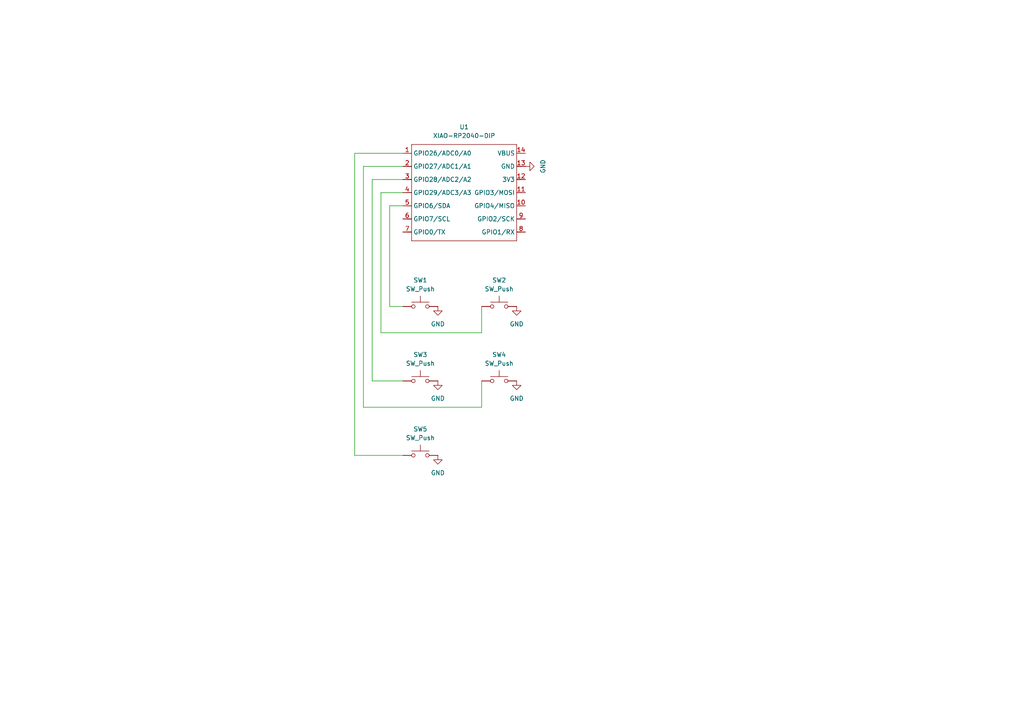
<source format=kicad_sch>
(kicad_sch (version 20250114) (generator "eeschema") (generator_version "9.0")
  (paper "A4")
  (lib_symbols
    (symbol "Seeed_Studio_XIAO_Series:XIAO-RP2040-DIP"
      (property "Reference" "U" (at 0 0 0))
      (property "Value" "XIAO-RP2040-DIP" (at 5.334 -1.778 0))
      (symbol "XIAO-RP2040-DIP_1_0"
        (polyline (pts (xy -1.27 -2.54) (xy 29.21 -2.54)) (stroke (width 0.1524)))
        (polyline (pts (xy -1.27 -5.08) (xy -2.54 -5.08)) (stroke (width 0.1524)))
        (polyline (pts (xy -1.27 -5.08) (xy -1.27 -2.54)) (stroke (width 0.1524)))
        (polyline (pts (xy -1.27 -8.89) (xy -2.54 -8.89)) (stroke (width 0.1524)))
        (polyline (pts (xy -1.27 -8.89) (xy -1.27 -5.08)) (stroke (width 0.1524)))
        (polyline (pts (xy -1.27 -12.7) (xy -2.54 -12.7)) (stroke (width 0.1524)))
        (polyline (pts (xy -1.27 -12.7) (xy -1.27 -8.89)) (stroke (width 0.1524)))
        (polyline (pts (xy -1.27 -16.51) (xy -2.54 -16.51)) (stroke (width 0.1524)))
        (polyline (pts (xy -1.27 -16.51) (xy -1.27 -12.7)) (stroke (width 0.1524)))
        (polyline (pts (xy -1.27 -20.32) (xy -2.54 -20.32)) (stroke (width 0.1524)))
        (polyline (pts (xy -1.27 -24.13) (xy -2.54 -24.13)) (stroke (width 0.1524)))
        (polyline (pts (xy -1.27 -27.94) (xy -2.54 -27.94)) (stroke (width 0.1524)))
        (polyline (pts (xy -1.27 -30.48) (xy -1.27 -16.51)) (stroke (width 0.1524)))
        (polyline (pts (xy 29.21 -2.54) (xy 29.21 -5.08)) (stroke (width 0.1524)))
        (polyline (pts (xy 29.21 -5.08) (xy 29.21 -8.89)) (stroke (width 0.1524)))
        (polyline (pts (xy 29.21 -8.89) (xy 29.21 -12.7)) (stroke (width 0.1524)))
        (polyline (pts (xy 29.21 -12.7) (xy 29.21 -30.48)) (stroke (width 0.1524)))
        (polyline (pts (xy 29.21 -30.48) (xy -1.27 -30.48)) (stroke (width 0.1524)))
        (polyline (pts (xy 30.48 -5.08) (xy 29.21 -5.08)) (stroke (width 0.1524)))
        (polyline (pts (xy 30.48 -8.89) (xy 29.21 -8.89)) (stroke (width 0.1524)))
        (polyline (pts (xy 30.48 -12.7) (xy 29.21 -12.7)) (stroke (width 0.1524)))
        (polyline (pts (xy 30.48 -16.51) (xy 29.21 -16.51)) (stroke (width 0.1524)))
        (polyline (pts (xy 30.48 -20.32) (xy 29.21 -20.32)) (stroke (width 0.1524)))
        (polyline (pts (xy 30.48 -24.13) (xy 29.21 -24.13)) (stroke (width 0.1524)))
        (polyline (pts (xy 30.48 -27.94) (xy 29.21 -27.94)) (stroke (width 0.1524)))
        (pin passive line (at -3.81 -5.08 0) (length 2.54) (name "GPIO26/ADC0/A0") (number "1"))
        (pin passive line (at -3.81 -8.89 0) (length 2.54) (name "GPIO27/ADC1/A1") (number "2"))
        (pin passive line (at -3.81 -12.7 0) (length 2.54) (name "GPIO28/ADC2/A2") (number "3"))
        (pin passive line (at -3.81 -16.51 0) (length 2.54) (name "GPIO29/ADC3/A3") (number "4"))
        (pin passive line (at -3.81 -20.32 0) (length 2.54) (name "GPIO6/SDA") (number "5"))
        (pin passive line (at -3.81 -24.13 0) (length 2.54) (name "GPIO7/SCL") (number "6"))
        (pin passive line (at -3.81 -27.94 0) (length 2.54) (name "GPIO0/TX") (number "7"))
        (pin passive line (at 31.75 -5.08 180) (length 2.54) (name "VBUS") (number "14"))
        (pin passive line (at 31.75 -8.89 180) (length 2.54) (name "GND") (number "13"))
        (pin passive line (at 31.75 -12.7 180) (length 2.54) (name "3V3") (number "12"))
        (pin passive line (at 31.75 -16.51 180) (length 2.54) (name "GPIO3/MOSI") (number "11"))
        (pin passive line (at 31.75 -20.32 180) (length 2.54) (name "GPIO4/MISO") (number "10"))
        (pin passive line (at 31.75 -24.13 180) (length 2.54) (name "GPIO2/SCK") (number "9"))
        (pin passive line (at 31.75 -27.94 180) (length 2.54) (name "GPIO1/RX") (number "8"))
      )
    )
    (symbol "Switch:SW_Push" (pin_numbers (hide yes)) (pin_names (offset 1.016) (hide yes))
      (property "Reference" "SW" (at 1.27 2.54 0))
      (property "Value" "SW_Push" (at 0 -1.524 0))
      (symbol "SW_Push_0_1"
        (circle (center -2.032 0) (radius 0.508))
        (polyline (pts (xy 0 1.27) (xy 0 3.048)))
        (circle (center 2.032 0) (radius 0.508))
        (polyline (pts (xy 2.54 1.27) (xy -2.54 1.27)))
        (pin passive line (at -5.08 0 0) (length 2.54) (name "1") (number "1"))
        (pin passive line (at 5.08 0 180) (length 2.54) (name "2") (number "2"))
      )
    )
    (symbol "power:GND" (power) (pin_numbers (hide yes)) (pin_names (offset 0) (hide yes))
      (property "Value" "GND" (at 0 -3.81 0))
      (symbol "GND_0_1"
        (polyline (pts (xy 0 0) (xy 0 -1.27) (xy 1.27 -1.27) (xy 0 -2.54) (xy -1.27 -1.27) (xy 0 -1.27)))
      )
      (symbol "GND_1_1"
        (pin power_in line (at 0 0 270) (length 0) (name "~") (number "1"))
      )
    )
  )
  (wire (pts (xy 107.95 110.49) (xy 107.95 52.07)))
  (wire (pts (xy 113.03 59.69) (xy 116.84 59.69)))
  (wire (pts (xy 110.49 96.52) (xy 110.49 55.88)))
  (wire (pts (xy 139.7 118.11) (xy 105.41 118.11)))
  (wire (pts (xy 107.95 52.07) (xy 116.84 52.07)))
  (wire (pts (xy 105.41 48.26) (xy 116.84 48.26)))
  (wire (pts (xy 107.95 110.49) (xy 116.84 110.49)))
  (wire (pts (xy 113.03 88.9) (xy 113.03 59.69)))
  (wire (pts (xy 102.87 44.45) (xy 116.84 44.45)))
  (wire (pts (xy 139.7 88.9) (xy 139.7 96.52)))
  (wire (pts (xy 116.84 132.08) (xy 102.87 132.08)))
  (wire (pts (xy 139.7 110.49) (xy 139.7 118.11)))
  (wire (pts (xy 105.41 118.11) (xy 105.41 48.26)))
  (wire (pts (xy 110.49 55.88) (xy 116.84 55.88)))
  (wire (pts (xy 139.7 96.52) (xy 110.49 96.52)))
  (wire (pts (xy 102.87 132.08) (xy 102.87 44.45)))
  (wire (pts (xy 113.03 88.9) (xy 116.84 88.9)))
  (symbol (lib_id "Switch:SW_Push") (at 121.92 88.9 0) (unit 1)
    (property "Reference" "SW1" (at 121.92 81.28 0))
    (property "Value" "SW_Push" (at 121.92 83.82 0))
    (property "Footprint" "Button_Switch_Keyboard:SW_Cherry_MX_1.00u_PCB" (effects (hide yes)))
    (property "Description" "Push button switch, generic, two pins" (effects (hide yes)))
  )
  (symbol (lib_id "power:GND") (at 127 132.08 0) (unit 1)
    (property "Reference" "#PWR06" (effects (hide yes)))
    (property "Value" "GND" (at 127 137.16 0))
    (property "Description" "Power symbol creates a global label with name \"GND\" , ground" (effects (hide yes)))
  )
  (symbol (lib_id "Switch:SW_Push") (at 121.92 110.49 0) (unit 1)
    (property "Reference" "SW3" (at 121.92 102.87 0))
    (property "Value" "SW_Push" (at 121.92 105.41 0))
    (property "Footprint" "Button_Switch_Keyboard:SW_Cherry_MX_1.00u_PCB" (effects (hide yes)))
    (property "Description" "Push button switch, generic, two pins" (effects (hide yes)))
  )
  (symbol (lib_id "Switch:SW_Push") (at 144.78 88.9 0) (unit 1)
    (property "Reference" "SW2" (at 144.78 81.28 0))
    (property "Value" "SW_Push" (at 144.78 83.82 0))
    (property "Footprint" "Button_Switch_Keyboard:SW_Cherry_MX_1.00u_PCB" (effects (hide yes)))
    (property "Description" "Push button switch, generic, two pins" (effects (hide yes)))
  )
  (symbol (lib_id "power:GND") (at 127 88.9 0) (unit 1)
    (property "Reference" "#PWR02" (effects (hide yes)))
    (property "Value" "GND" (at 127 93.98 0))
    (property "Description" "Power symbol creates a global label with name \"GND\" , ground" (effects (hide yes)))
  )
  (symbol (lib_id "Switch:SW_Push") (at 121.92 132.08 0) (unit 1)
    (property "Reference" "SW5" (at 121.92 124.46 0))
    (property "Value" "SW_Push" (at 121.92 127 0))
    (property "Footprint" "Button_Switch_Keyboard:SW_Cherry_MX_1.00u_PCB" (effects (hide yes)))
    (property "Description" "Push button switch, generic, two pins" (effects (hide yes)))
  )
  (symbol (lib_id "power:GND") (at 149.86 110.49 0) (unit 1)
    (property "Reference" "#PWR05" (effects (hide yes)))
    (property "Value" "GND" (at 149.86 115.57 0))
    (property "Description" "Power symbol creates a global label with name \"GND\" , ground" (effects (hide yes)))
  )
  (symbol (lib_id "power:GND") (at 127 110.49 0) (unit 1)
    (property "Reference" "#PWR04" (effects (hide yes)))
    (property "Value" "GND" (at 127 115.57 0))
    (property "Description" "Power symbol creates a global label with name \"GND\" , ground" (effects (hide yes)))
  )
  (symbol (lib_id "Seeed_Studio_XIAO_Series:XIAO-RP2040-DIP") (at 120.65 39.37 0) (unit 1)
    (property "Reference" "U1" (at 134.62 36.83 0))
    (property "Value" "XIAO-RP2040-DIP" (at 134.62 39.37 0))
    (property "Footprint" "Seeed Studio XIAO Series Library:XIAO-RP2040-DIP" (effects (hide yes)))
  )
  (symbol (lib_id "Switch:SW_Push") (at 144.78 110.49 0) (unit 1)
    (property "Reference" "SW4" (at 144.78 102.87 0))
    (property "Value" "SW_Push" (at 144.78 105.41 0))
    (property "Footprint" "Button_Switch_Keyboard:SW_Cherry_MX_1.00u_PCB" (effects (hide yes)))
    (property "Description" "Push button switch, generic, two pins" (effects (hide yes)))
  )
  (symbol (lib_id "power:GND") (at 149.86 88.9 0) (unit 1)
    (property "Reference" "#PWR03" (effects (hide yes)))
    (property "Value" "GND" (at 149.86 93.98 0))
    (property "Description" "Power symbol creates a global label with name \"GND\" , ground" (effects (hide yes)))
  )
  (symbol (lib_id "power:GND") (at 152.4 48.26 90) (unit 1)
    (property "Reference" "#PWR01" (effects (hide yes)))
    (property "Value" "GND" (at 157.48 48.26 0))
    (property "Description" "Power symbol creates a global label with name \"GND\" , ground" (effects (hide yes)))
  )
)
</source>
